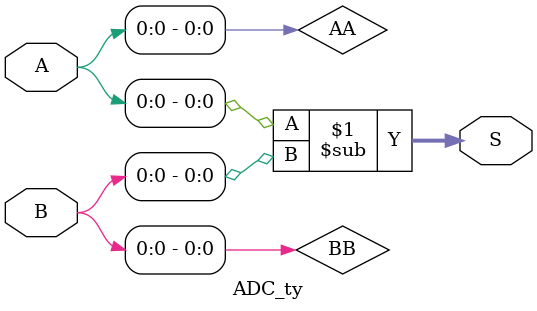
<source format=v>
`timescale 1ns / 1ps
module ADC_ty(input [31:0] A, 
				 input [31:0] B, 
				 output [32:0] S
				  );
				  
//wire B_Notation;
	wire AA,BB;
	assign AA={1'b1,A};
	assign BB={1'b1,B};
	assign S=AA-BB;

endmodule
</source>
